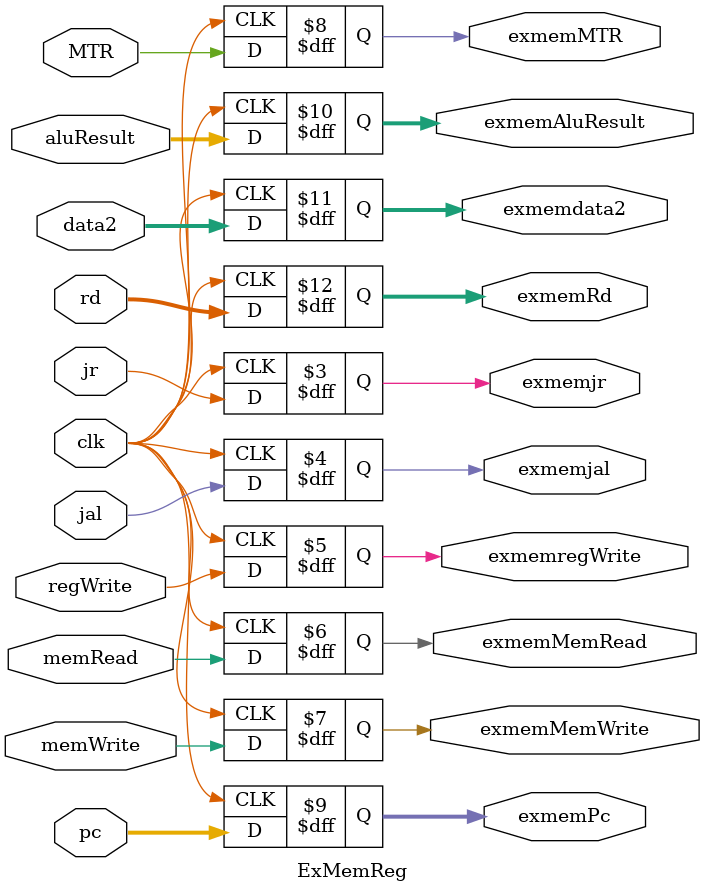
<source format=v>
`timescale 1ns / 1ps



module ExMemReg(input clk, jr,jal,memRead,memWrite,regWrite,MTR,
    input [31:0] pc,aluResult,data2,
    input [4:0] rd,
    output reg exmemjr,exmemjal,exmemregWrite,exmemMemRead,exmemMemWrite,exmemMTR,
    output reg [31:0] exmemPc,output reg [31:0] exmemAluResult,exmemdata2,
    output reg [4:0] exmemRd);
    
    initial begin
          {exmemjr,exmemjal,exmemregWrite,exmemMemRead,exmemMemWrite,exmemMTR,exmemPc,exmemAluResult,exmemdata2,exmemRd }<=0;
    end
    always @(posedge clk) begin 
    {exmemjr,exmemjal,exmemregWrite,exmemMemRead,exmemMemWrite,exmemMTR,exmemPc,exmemAluResult,exmemdata2,exmemRd }
           <= {jr,jal,regWrite,memRead,memWrite,MTR,pc,aluResult,data2,rd };
    end
endmodule


</source>
